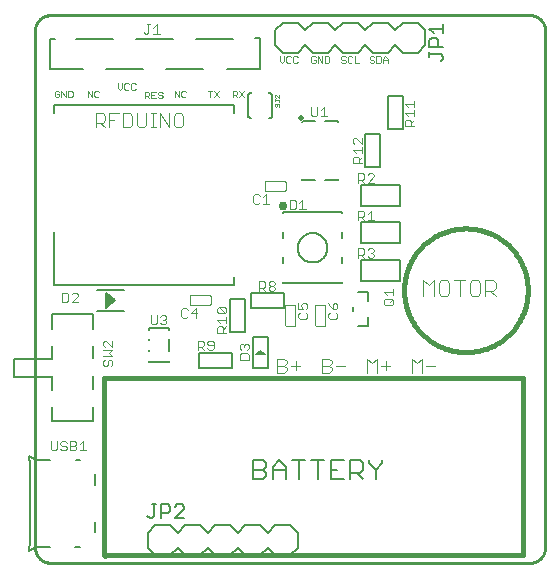
<source format=gto>
G75*
%MOIN*%
%OFA0B0*%
%FSLAX25Y25*%
%IPPOS*%
%LPD*%
%AMOC8*
5,1,8,0,0,1.08239X$1,22.5*
%
%ADD10C,0.01600*%
%ADD11C,0.00600*%
%ADD12C,0.00400*%
%ADD13C,0.01000*%
%ADD14C,0.00200*%
%ADD15C,0.00300*%
%ADD16C,0.03000*%
%ADD17C,0.00500*%
%ADD18C,0.00800*%
%ADD19C,0.00100*%
%ADD20C,0.02000*%
D10*
X0031238Y0004000D02*
X0031238Y0063000D01*
X0031488Y0063000D02*
X0170738Y0063000D01*
X0170738Y0061500D01*
X0170738Y0004000D01*
X0031488Y0004000D01*
X0031488Y0003750D01*
X0131246Y0092313D02*
X0131252Y0092819D01*
X0131271Y0093325D01*
X0131302Y0093830D01*
X0131345Y0094334D01*
X0131401Y0094837D01*
X0131469Y0095338D01*
X0131550Y0095838D01*
X0131642Y0096335D01*
X0131747Y0096830D01*
X0131864Y0097322D01*
X0131993Y0097812D01*
X0132134Y0098298D01*
X0132287Y0098780D01*
X0132451Y0099258D01*
X0132627Y0099733D01*
X0132815Y0100202D01*
X0133015Y0100667D01*
X0133225Y0101127D01*
X0133447Y0101582D01*
X0133680Y0102031D01*
X0133924Y0102475D01*
X0134179Y0102912D01*
X0134444Y0103343D01*
X0134720Y0103767D01*
X0135007Y0104184D01*
X0135303Y0104594D01*
X0135609Y0104997D01*
X0135926Y0105392D01*
X0136251Y0105779D01*
X0136587Y0106158D01*
X0136931Y0106529D01*
X0137284Y0106891D01*
X0137646Y0107244D01*
X0138017Y0107588D01*
X0138396Y0107924D01*
X0138783Y0108249D01*
X0139178Y0108566D01*
X0139581Y0108872D01*
X0139991Y0109168D01*
X0140408Y0109455D01*
X0140832Y0109731D01*
X0141263Y0109996D01*
X0141700Y0110251D01*
X0142144Y0110495D01*
X0142593Y0110728D01*
X0143048Y0110950D01*
X0143508Y0111160D01*
X0143973Y0111360D01*
X0144442Y0111548D01*
X0144917Y0111724D01*
X0145395Y0111888D01*
X0145877Y0112041D01*
X0146363Y0112182D01*
X0146853Y0112311D01*
X0147345Y0112428D01*
X0147840Y0112533D01*
X0148337Y0112625D01*
X0148837Y0112706D01*
X0149338Y0112774D01*
X0149841Y0112830D01*
X0150345Y0112873D01*
X0150850Y0112904D01*
X0151356Y0112923D01*
X0151862Y0112929D01*
X0152368Y0112923D01*
X0152874Y0112904D01*
X0153379Y0112873D01*
X0153883Y0112830D01*
X0154386Y0112774D01*
X0154887Y0112706D01*
X0155387Y0112625D01*
X0155884Y0112533D01*
X0156379Y0112428D01*
X0156871Y0112311D01*
X0157361Y0112182D01*
X0157847Y0112041D01*
X0158329Y0111888D01*
X0158807Y0111724D01*
X0159282Y0111548D01*
X0159751Y0111360D01*
X0160216Y0111160D01*
X0160676Y0110950D01*
X0161131Y0110728D01*
X0161580Y0110495D01*
X0162024Y0110251D01*
X0162461Y0109996D01*
X0162892Y0109731D01*
X0163316Y0109455D01*
X0163733Y0109168D01*
X0164143Y0108872D01*
X0164546Y0108566D01*
X0164941Y0108249D01*
X0165328Y0107924D01*
X0165707Y0107588D01*
X0166078Y0107244D01*
X0166440Y0106891D01*
X0166793Y0106529D01*
X0167137Y0106158D01*
X0167473Y0105779D01*
X0167798Y0105392D01*
X0168115Y0104997D01*
X0168421Y0104594D01*
X0168717Y0104184D01*
X0169004Y0103767D01*
X0169280Y0103343D01*
X0169545Y0102912D01*
X0169800Y0102475D01*
X0170044Y0102031D01*
X0170277Y0101582D01*
X0170499Y0101127D01*
X0170709Y0100667D01*
X0170909Y0100202D01*
X0171097Y0099733D01*
X0171273Y0099258D01*
X0171437Y0098780D01*
X0171590Y0098298D01*
X0171731Y0097812D01*
X0171860Y0097322D01*
X0171977Y0096830D01*
X0172082Y0096335D01*
X0172174Y0095838D01*
X0172255Y0095338D01*
X0172323Y0094837D01*
X0172379Y0094334D01*
X0172422Y0093830D01*
X0172453Y0093325D01*
X0172472Y0092819D01*
X0172478Y0092313D01*
X0172472Y0091807D01*
X0172453Y0091301D01*
X0172422Y0090796D01*
X0172379Y0090292D01*
X0172323Y0089789D01*
X0172255Y0089288D01*
X0172174Y0088788D01*
X0172082Y0088291D01*
X0171977Y0087796D01*
X0171860Y0087304D01*
X0171731Y0086814D01*
X0171590Y0086328D01*
X0171437Y0085846D01*
X0171273Y0085368D01*
X0171097Y0084893D01*
X0170909Y0084424D01*
X0170709Y0083959D01*
X0170499Y0083499D01*
X0170277Y0083044D01*
X0170044Y0082595D01*
X0169800Y0082151D01*
X0169545Y0081714D01*
X0169280Y0081283D01*
X0169004Y0080859D01*
X0168717Y0080442D01*
X0168421Y0080032D01*
X0168115Y0079629D01*
X0167798Y0079234D01*
X0167473Y0078847D01*
X0167137Y0078468D01*
X0166793Y0078097D01*
X0166440Y0077735D01*
X0166078Y0077382D01*
X0165707Y0077038D01*
X0165328Y0076702D01*
X0164941Y0076377D01*
X0164546Y0076060D01*
X0164143Y0075754D01*
X0163733Y0075458D01*
X0163316Y0075171D01*
X0162892Y0074895D01*
X0162461Y0074630D01*
X0162024Y0074375D01*
X0161580Y0074131D01*
X0161131Y0073898D01*
X0160676Y0073676D01*
X0160216Y0073466D01*
X0159751Y0073266D01*
X0159282Y0073078D01*
X0158807Y0072902D01*
X0158329Y0072738D01*
X0157847Y0072585D01*
X0157361Y0072444D01*
X0156871Y0072315D01*
X0156379Y0072198D01*
X0155884Y0072093D01*
X0155387Y0072001D01*
X0154887Y0071920D01*
X0154386Y0071852D01*
X0153883Y0071796D01*
X0153379Y0071753D01*
X0152874Y0071722D01*
X0152368Y0071703D01*
X0151862Y0071697D01*
X0151356Y0071703D01*
X0150850Y0071722D01*
X0150345Y0071753D01*
X0149841Y0071796D01*
X0149338Y0071852D01*
X0148837Y0071920D01*
X0148337Y0072001D01*
X0147840Y0072093D01*
X0147345Y0072198D01*
X0146853Y0072315D01*
X0146363Y0072444D01*
X0145877Y0072585D01*
X0145395Y0072738D01*
X0144917Y0072902D01*
X0144442Y0073078D01*
X0143973Y0073266D01*
X0143508Y0073466D01*
X0143048Y0073676D01*
X0142593Y0073898D01*
X0142144Y0074131D01*
X0141700Y0074375D01*
X0141263Y0074630D01*
X0140832Y0074895D01*
X0140408Y0075171D01*
X0139991Y0075458D01*
X0139581Y0075754D01*
X0139178Y0076060D01*
X0138783Y0076377D01*
X0138396Y0076702D01*
X0138017Y0077038D01*
X0137646Y0077382D01*
X0137284Y0077735D01*
X0136931Y0078097D01*
X0136587Y0078468D01*
X0136251Y0078847D01*
X0135926Y0079234D01*
X0135609Y0079629D01*
X0135303Y0080032D01*
X0135007Y0080442D01*
X0134720Y0080859D01*
X0134444Y0081283D01*
X0134179Y0081714D01*
X0133924Y0082151D01*
X0133680Y0082595D01*
X0133447Y0083044D01*
X0133225Y0083499D01*
X0133015Y0083959D01*
X0132815Y0084424D01*
X0132627Y0084893D01*
X0132451Y0085368D01*
X0132287Y0085846D01*
X0132134Y0086328D01*
X0131993Y0086814D01*
X0131864Y0087304D01*
X0131747Y0087796D01*
X0131642Y0088291D01*
X0131550Y0088788D01*
X0131469Y0089288D01*
X0131401Y0089789D01*
X0131345Y0090292D01*
X0131302Y0090796D01*
X0131271Y0091301D01*
X0131252Y0091807D01*
X0131246Y0092313D01*
D11*
X0123981Y0035705D02*
X0123981Y0034638D01*
X0121846Y0032503D01*
X0121846Y0029300D01*
X0121846Y0032503D02*
X0119711Y0034638D01*
X0119711Y0035705D01*
X0117536Y0034638D02*
X0117536Y0032503D01*
X0116468Y0031435D01*
X0113266Y0031435D01*
X0115401Y0031435D02*
X0117536Y0029300D01*
X0113266Y0029300D02*
X0113266Y0035705D01*
X0116468Y0035705D01*
X0117536Y0034638D01*
X0111090Y0035705D02*
X0106820Y0035705D01*
X0106820Y0029300D01*
X0111090Y0029300D01*
X0108955Y0032503D02*
X0106820Y0032503D01*
X0104645Y0035705D02*
X0100375Y0035705D01*
X0098199Y0035705D02*
X0093929Y0035705D01*
X0096064Y0035705D02*
X0096064Y0029300D01*
X0091754Y0029300D02*
X0091754Y0033570D01*
X0089619Y0035705D01*
X0087484Y0033570D01*
X0087484Y0029300D01*
X0085309Y0030368D02*
X0084241Y0029300D01*
X0081038Y0029300D01*
X0081038Y0035705D01*
X0084241Y0035705D01*
X0085309Y0034638D01*
X0085309Y0033570D01*
X0084241Y0032503D01*
X0081038Y0032503D01*
X0084241Y0032503D02*
X0085309Y0031435D01*
X0085309Y0030368D01*
X0087484Y0032503D02*
X0091754Y0032503D01*
X0102510Y0029300D02*
X0102510Y0035705D01*
X0052748Y0068272D02*
X0052748Y0068754D01*
X0052748Y0068272D02*
X0046367Y0068272D01*
X0046367Y0068754D01*
X0046367Y0071924D02*
X0046367Y0072297D01*
X0046367Y0075664D02*
X0046367Y0076037D01*
X0046367Y0079207D02*
X0046367Y0079689D01*
X0052748Y0079689D01*
X0052748Y0079207D01*
X0052748Y0076037D02*
X0052748Y0071924D01*
D12*
X0051531Y0080930D02*
X0050497Y0080930D01*
X0049980Y0081447D01*
X0048826Y0081447D02*
X0048826Y0084033D01*
X0049980Y0083516D02*
X0050497Y0084033D01*
X0051531Y0084033D01*
X0052048Y0083516D01*
X0052048Y0082999D01*
X0051531Y0082482D01*
X0052048Y0081965D01*
X0052048Y0081447D01*
X0051531Y0080930D01*
X0051531Y0082482D02*
X0051014Y0082482D01*
X0048826Y0081447D02*
X0048308Y0080930D01*
X0047274Y0080930D01*
X0046757Y0081447D01*
X0046757Y0084033D01*
X0056993Y0083717D02*
X0057510Y0083200D01*
X0058544Y0083200D01*
X0059061Y0083717D01*
X0060215Y0084751D02*
X0062284Y0084751D01*
X0061767Y0083200D02*
X0061767Y0086303D01*
X0060215Y0084751D01*
X0059061Y0085786D02*
X0058544Y0086303D01*
X0057510Y0086303D01*
X0056993Y0085786D01*
X0056993Y0083717D01*
X0062438Y0075553D02*
X0063990Y0075553D01*
X0064507Y0075036D01*
X0064507Y0074001D01*
X0063990Y0073484D01*
X0062438Y0073484D01*
X0062438Y0072450D02*
X0062438Y0075553D01*
X0063472Y0073484D02*
X0064507Y0072450D01*
X0065661Y0072967D02*
X0066178Y0072450D01*
X0067212Y0072450D01*
X0067729Y0072967D01*
X0067729Y0075036D01*
X0067212Y0075553D01*
X0066178Y0075553D01*
X0065661Y0075036D01*
X0065661Y0074518D01*
X0066178Y0074001D01*
X0067729Y0074001D01*
X0068936Y0078200D02*
X0068936Y0079751D01*
X0069453Y0080268D01*
X0070487Y0080268D01*
X0071004Y0079751D01*
X0071004Y0078200D01*
X0072038Y0078200D02*
X0068936Y0078200D01*
X0071004Y0079234D02*
X0072038Y0080268D01*
X0072038Y0081423D02*
X0072038Y0083491D01*
X0072038Y0082457D02*
X0068936Y0082457D01*
X0069970Y0081423D01*
X0069453Y0084645D02*
X0068936Y0085163D01*
X0068936Y0086197D01*
X0069453Y0086714D01*
X0071521Y0084645D01*
X0072038Y0085163D01*
X0072038Y0086197D01*
X0071521Y0086714D01*
X0069453Y0086714D01*
X0069453Y0084645D02*
X0071521Y0084645D01*
X0076953Y0074491D02*
X0077470Y0074491D01*
X0077987Y0073974D01*
X0078504Y0074491D01*
X0079021Y0074491D01*
X0079538Y0073974D01*
X0079538Y0072940D01*
X0079021Y0072423D01*
X0079021Y0071268D02*
X0076953Y0071268D01*
X0076436Y0070751D01*
X0076436Y0069200D01*
X0079538Y0069200D01*
X0079538Y0070751D01*
X0079021Y0071268D01*
X0076953Y0072423D02*
X0076436Y0072940D01*
X0076436Y0073974D01*
X0076953Y0074491D01*
X0077987Y0073974D02*
X0077987Y0073457D01*
X0088989Y0069454D02*
X0088989Y0064850D01*
X0091291Y0064850D01*
X0092059Y0065617D01*
X0092059Y0066384D01*
X0091291Y0067152D01*
X0088989Y0067152D01*
X0088989Y0069454D02*
X0091291Y0069454D01*
X0092059Y0068686D01*
X0092059Y0067919D01*
X0091291Y0067152D01*
X0093593Y0067152D02*
X0096663Y0067152D01*
X0095128Y0068686D02*
X0095128Y0065617D01*
X0103989Y0064850D02*
X0106291Y0064850D01*
X0107059Y0065617D01*
X0107059Y0066384D01*
X0106291Y0067152D01*
X0103989Y0067152D01*
X0103989Y0064850D02*
X0103989Y0069454D01*
X0106291Y0069454D01*
X0107059Y0068686D01*
X0107059Y0067919D01*
X0106291Y0067152D01*
X0108593Y0067152D02*
X0111663Y0067152D01*
X0118989Y0064850D02*
X0118989Y0069454D01*
X0120524Y0067919D01*
X0122059Y0069454D01*
X0122059Y0064850D01*
X0123593Y0067152D02*
X0126663Y0067152D01*
X0125128Y0068686D02*
X0125128Y0065617D01*
X0133989Y0064850D02*
X0133989Y0069454D01*
X0135524Y0067919D01*
X0137059Y0069454D01*
X0137059Y0064850D01*
X0138593Y0067152D02*
X0141663Y0067152D01*
X0127084Y0087380D02*
X0125016Y0087380D01*
X0124499Y0087898D01*
X0124499Y0088932D01*
X0125016Y0089449D01*
X0127084Y0089449D01*
X0127601Y0088932D01*
X0127601Y0087898D01*
X0127084Y0087380D01*
X0126567Y0088415D02*
X0127601Y0089449D01*
X0127601Y0090603D02*
X0127601Y0092672D01*
X0127601Y0091637D02*
X0124499Y0091637D01*
X0125533Y0090603D01*
X0137688Y0090450D02*
X0137688Y0095654D01*
X0139423Y0093920D01*
X0141158Y0095654D01*
X0141158Y0090450D01*
X0142845Y0091317D02*
X0143712Y0090450D01*
X0145447Y0090450D01*
X0146314Y0091317D01*
X0146314Y0094787D01*
X0145447Y0095654D01*
X0143712Y0095654D01*
X0142845Y0094787D01*
X0142845Y0091317D01*
X0148001Y0095654D02*
X0151471Y0095654D01*
X0149736Y0095654D02*
X0149736Y0090450D01*
X0153157Y0091317D02*
X0154025Y0090450D01*
X0155760Y0090450D01*
X0156627Y0091317D01*
X0156627Y0094787D01*
X0155760Y0095654D01*
X0154025Y0095654D01*
X0153157Y0094787D01*
X0153157Y0091317D01*
X0158314Y0090450D02*
X0158314Y0095654D01*
X0160916Y0095654D01*
X0161783Y0094787D01*
X0161783Y0093052D01*
X0160916Y0092185D01*
X0158314Y0092185D01*
X0160049Y0092185D02*
X0161783Y0090450D01*
X0121229Y0103717D02*
X0120712Y0103200D01*
X0119678Y0103200D01*
X0119161Y0103717D01*
X0118007Y0103200D02*
X0116972Y0104234D01*
X0117490Y0104234D02*
X0115938Y0104234D01*
X0115938Y0103200D02*
X0115938Y0106303D01*
X0117490Y0106303D01*
X0118007Y0105786D01*
X0118007Y0104751D01*
X0117490Y0104234D01*
X0119161Y0105786D02*
X0119678Y0106303D01*
X0120712Y0106303D01*
X0121229Y0105786D01*
X0121229Y0105268D01*
X0120712Y0104751D01*
X0121229Y0104234D01*
X0121229Y0103717D01*
X0120712Y0104751D02*
X0120195Y0104751D01*
X0120195Y0115700D02*
X0120195Y0118803D01*
X0119161Y0117768D01*
X0118007Y0118286D02*
X0118007Y0117251D01*
X0117490Y0116734D01*
X0115938Y0116734D01*
X0115938Y0115700D02*
X0115938Y0118803D01*
X0117490Y0118803D01*
X0118007Y0118286D01*
X0116972Y0116734D02*
X0118007Y0115700D01*
X0119161Y0115700D02*
X0121229Y0115700D01*
X0121229Y0128200D02*
X0119161Y0128200D01*
X0121229Y0130268D01*
X0121229Y0130786D01*
X0120712Y0131303D01*
X0119678Y0131303D01*
X0119161Y0130786D01*
X0118007Y0130786D02*
X0118007Y0129751D01*
X0117490Y0129234D01*
X0115938Y0129234D01*
X0115938Y0128200D02*
X0115938Y0131303D01*
X0117490Y0131303D01*
X0118007Y0130786D01*
X0116972Y0129234D02*
X0118007Y0128200D01*
X0117288Y0134700D02*
X0114186Y0134700D01*
X0114186Y0136251D01*
X0114703Y0136768D01*
X0115737Y0136768D01*
X0116254Y0136251D01*
X0116254Y0134700D01*
X0116254Y0135734D02*
X0117288Y0136768D01*
X0117288Y0137923D02*
X0117288Y0139991D01*
X0117288Y0138957D02*
X0114186Y0138957D01*
X0115220Y0137923D01*
X0114703Y0141145D02*
X0114186Y0141663D01*
X0114186Y0142697D01*
X0114703Y0143214D01*
X0115220Y0143214D01*
X0117288Y0141145D01*
X0117288Y0143214D01*
X0105583Y0150326D02*
X0103515Y0150326D01*
X0104549Y0150326D02*
X0104549Y0153429D01*
X0103515Y0152394D01*
X0102360Y0153429D02*
X0102360Y0150843D01*
X0101843Y0150326D01*
X0100809Y0150326D01*
X0100292Y0150843D01*
X0100292Y0153429D01*
X0085250Y0124303D02*
X0085250Y0121200D01*
X0086284Y0121200D02*
X0084215Y0121200D01*
X0083061Y0121717D02*
X0082544Y0121200D01*
X0081510Y0121200D01*
X0080993Y0121717D01*
X0080993Y0123786D01*
X0081510Y0124303D01*
X0082544Y0124303D01*
X0083061Y0123786D01*
X0084215Y0123268D02*
X0085250Y0124303D01*
X0093125Y0122490D02*
X0093125Y0119387D01*
X0094677Y0119387D01*
X0095194Y0119904D01*
X0095194Y0121973D01*
X0094677Y0122490D01*
X0093125Y0122490D01*
X0096348Y0121455D02*
X0097382Y0122490D01*
X0097382Y0119387D01*
X0096348Y0119387D02*
X0098416Y0119387D01*
X0087712Y0095303D02*
X0086678Y0095303D01*
X0086161Y0094786D01*
X0086161Y0094268D01*
X0086678Y0093751D01*
X0087712Y0093751D01*
X0088229Y0093234D01*
X0088229Y0092717D01*
X0087712Y0092200D01*
X0086678Y0092200D01*
X0086161Y0092717D01*
X0086161Y0093234D01*
X0086678Y0093751D01*
X0087712Y0093751D02*
X0088229Y0094268D01*
X0088229Y0094786D01*
X0087712Y0095303D01*
X0085007Y0094786D02*
X0085007Y0093751D01*
X0084490Y0093234D01*
X0082938Y0093234D01*
X0082938Y0092200D02*
X0082938Y0095303D01*
X0084490Y0095303D01*
X0085007Y0094786D01*
X0083972Y0093234D02*
X0085007Y0092200D01*
X0095936Y0088046D02*
X0095936Y0085977D01*
X0097487Y0085977D01*
X0096970Y0087011D01*
X0096970Y0087529D01*
X0097487Y0088046D01*
X0098521Y0088046D01*
X0099038Y0087529D01*
X0099038Y0086494D01*
X0098521Y0085977D01*
X0098521Y0084823D02*
X0099038Y0084306D01*
X0099038Y0083272D01*
X0098521Y0082755D01*
X0096453Y0082755D01*
X0095936Y0083272D01*
X0095936Y0084306D01*
X0096453Y0084823D01*
X0105936Y0084306D02*
X0105936Y0083272D01*
X0106453Y0082755D01*
X0108521Y0082755D01*
X0109038Y0083272D01*
X0109038Y0084306D01*
X0108521Y0084823D01*
X0108521Y0085977D02*
X0107487Y0085977D01*
X0107487Y0087529D01*
X0108004Y0088046D01*
X0108521Y0088046D01*
X0109038Y0087529D01*
X0109038Y0086494D01*
X0108521Y0085977D01*
X0107487Y0085977D02*
X0106453Y0087011D01*
X0105936Y0088046D01*
X0106453Y0084823D02*
X0105936Y0084306D01*
X0131436Y0147032D02*
X0131436Y0148583D01*
X0131953Y0149100D01*
X0132987Y0149100D01*
X0133504Y0148583D01*
X0133504Y0147032D01*
X0133504Y0148066D02*
X0134538Y0149100D01*
X0134538Y0150254D02*
X0134538Y0152323D01*
X0134538Y0151289D02*
X0131436Y0151289D01*
X0132470Y0150254D01*
X0132470Y0153477D02*
X0131436Y0154511D01*
X0134538Y0154511D01*
X0134538Y0153477D02*
X0134538Y0155546D01*
X0134538Y0147032D02*
X0131436Y0147032D01*
X0057596Y0147467D02*
X0057596Y0150537D01*
X0056829Y0151304D01*
X0055294Y0151304D01*
X0054527Y0150537D01*
X0054527Y0147467D01*
X0055294Y0146700D01*
X0056829Y0146700D01*
X0057596Y0147467D01*
X0052992Y0146700D02*
X0052992Y0151304D01*
X0049923Y0151304D02*
X0052992Y0146700D01*
X0049923Y0146700D02*
X0049923Y0151304D01*
X0048389Y0151304D02*
X0046854Y0151304D01*
X0047621Y0151304D02*
X0047621Y0146700D01*
X0046854Y0146700D02*
X0048389Y0146700D01*
X0045319Y0147467D02*
X0045319Y0151304D01*
X0042250Y0151304D02*
X0042250Y0147467D01*
X0043017Y0146700D01*
X0044552Y0146700D01*
X0045319Y0147467D01*
X0040715Y0147467D02*
X0040715Y0150537D01*
X0039948Y0151304D01*
X0037646Y0151304D01*
X0037646Y0146700D01*
X0039948Y0146700D01*
X0040715Y0147467D01*
X0036111Y0151304D02*
X0033042Y0151304D01*
X0033042Y0146700D01*
X0031507Y0146700D02*
X0029973Y0148235D01*
X0030740Y0148235D02*
X0028438Y0148235D01*
X0028438Y0146700D02*
X0028438Y0151304D01*
X0030740Y0151304D01*
X0031507Y0150537D01*
X0031507Y0149002D01*
X0030740Y0148235D01*
X0033042Y0149002D02*
X0034577Y0149002D01*
X0045010Y0177826D02*
X0044493Y0178343D01*
X0045010Y0177826D02*
X0045527Y0177826D01*
X0046044Y0178343D01*
X0046044Y0180929D01*
X0045527Y0180929D02*
X0046561Y0180929D01*
X0047715Y0179894D02*
X0048750Y0180929D01*
X0048750Y0177826D01*
X0049784Y0177826D02*
X0047715Y0177826D01*
X0021962Y0091553D02*
X0020928Y0091553D01*
X0020411Y0091036D01*
X0019257Y0091036D02*
X0018740Y0091553D01*
X0017188Y0091553D01*
X0017188Y0088450D01*
X0018740Y0088450D01*
X0019257Y0088967D01*
X0019257Y0091036D01*
X0021962Y0091553D02*
X0022479Y0091036D01*
X0022479Y0090518D01*
X0020411Y0088450D01*
X0022479Y0088450D01*
X0031453Y0075546D02*
X0030936Y0075029D01*
X0030936Y0073994D01*
X0031453Y0073477D01*
X0030936Y0072323D02*
X0034038Y0072323D01*
X0033004Y0071289D01*
X0034038Y0070254D01*
X0030936Y0070254D01*
X0031453Y0069100D02*
X0030936Y0068583D01*
X0030936Y0067549D01*
X0031453Y0067032D01*
X0031970Y0067032D01*
X0032487Y0067549D01*
X0032487Y0068583D01*
X0033004Y0069100D01*
X0033521Y0069100D01*
X0034038Y0068583D01*
X0034038Y0067549D01*
X0033521Y0067032D01*
X0034038Y0073477D02*
X0031970Y0075546D01*
X0031453Y0075546D01*
X0034038Y0075546D02*
X0034038Y0073477D01*
X0024141Y0042053D02*
X0024141Y0038950D01*
X0025175Y0038950D02*
X0023106Y0038950D01*
X0021952Y0039467D02*
X0021952Y0039984D01*
X0021435Y0040501D01*
X0019884Y0040501D01*
X0018729Y0039984D02*
X0018729Y0039467D01*
X0018212Y0038950D01*
X0017178Y0038950D01*
X0016661Y0039467D01*
X0015507Y0039467D02*
X0015507Y0042053D01*
X0016661Y0041536D02*
X0016661Y0041018D01*
X0017178Y0040501D01*
X0018212Y0040501D01*
X0018729Y0039984D01*
X0019884Y0038950D02*
X0021435Y0038950D01*
X0021952Y0039467D01*
X0021435Y0040501D02*
X0021952Y0041018D01*
X0021952Y0041536D01*
X0021435Y0042053D01*
X0019884Y0042053D01*
X0019884Y0038950D01*
X0018729Y0041536D02*
X0018212Y0042053D01*
X0017178Y0042053D01*
X0016661Y0041536D01*
X0015507Y0039467D02*
X0014990Y0038950D01*
X0013955Y0038950D01*
X0013438Y0039467D01*
X0013438Y0042053D01*
X0023106Y0041018D02*
X0024141Y0042053D01*
D13*
X0008238Y0006500D02*
X0008240Y0006360D01*
X0008246Y0006220D01*
X0008256Y0006080D01*
X0008269Y0005940D01*
X0008287Y0005801D01*
X0008309Y0005662D01*
X0008334Y0005525D01*
X0008363Y0005387D01*
X0008396Y0005251D01*
X0008433Y0005116D01*
X0008474Y0004982D01*
X0008519Y0004849D01*
X0008567Y0004717D01*
X0008619Y0004587D01*
X0008674Y0004458D01*
X0008733Y0004331D01*
X0008796Y0004205D01*
X0008862Y0004081D01*
X0008931Y0003960D01*
X0009004Y0003840D01*
X0009081Y0003722D01*
X0009160Y0003607D01*
X0009243Y0003493D01*
X0009329Y0003383D01*
X0009418Y0003274D01*
X0009510Y0003168D01*
X0009605Y0003065D01*
X0009702Y0002964D01*
X0009803Y0002867D01*
X0009906Y0002772D01*
X0010012Y0002680D01*
X0010121Y0002591D01*
X0010231Y0002505D01*
X0010345Y0002422D01*
X0010460Y0002343D01*
X0010578Y0002266D01*
X0010698Y0002193D01*
X0010819Y0002124D01*
X0010943Y0002058D01*
X0011069Y0001995D01*
X0011196Y0001936D01*
X0011325Y0001881D01*
X0011455Y0001829D01*
X0011587Y0001781D01*
X0011720Y0001736D01*
X0011854Y0001695D01*
X0011989Y0001658D01*
X0012125Y0001625D01*
X0012263Y0001596D01*
X0012400Y0001571D01*
X0012539Y0001549D01*
X0012678Y0001531D01*
X0012818Y0001518D01*
X0012958Y0001508D01*
X0013098Y0001502D01*
X0013238Y0001500D01*
X0173238Y0001500D01*
X0173378Y0001502D01*
X0173518Y0001508D01*
X0173658Y0001518D01*
X0173798Y0001531D01*
X0173937Y0001549D01*
X0174076Y0001571D01*
X0174213Y0001596D01*
X0174351Y0001625D01*
X0174487Y0001658D01*
X0174622Y0001695D01*
X0174756Y0001736D01*
X0174889Y0001781D01*
X0175021Y0001829D01*
X0175151Y0001881D01*
X0175280Y0001936D01*
X0175407Y0001995D01*
X0175533Y0002058D01*
X0175657Y0002124D01*
X0175778Y0002193D01*
X0175898Y0002266D01*
X0176016Y0002343D01*
X0176131Y0002422D01*
X0176245Y0002505D01*
X0176355Y0002591D01*
X0176464Y0002680D01*
X0176570Y0002772D01*
X0176673Y0002867D01*
X0176774Y0002964D01*
X0176871Y0003065D01*
X0176966Y0003168D01*
X0177058Y0003274D01*
X0177147Y0003383D01*
X0177233Y0003493D01*
X0177316Y0003607D01*
X0177395Y0003722D01*
X0177472Y0003840D01*
X0177545Y0003960D01*
X0177614Y0004081D01*
X0177680Y0004205D01*
X0177743Y0004331D01*
X0177802Y0004458D01*
X0177857Y0004587D01*
X0177909Y0004717D01*
X0177957Y0004849D01*
X0178002Y0004982D01*
X0178043Y0005116D01*
X0178080Y0005251D01*
X0178113Y0005387D01*
X0178142Y0005525D01*
X0178167Y0005662D01*
X0178189Y0005801D01*
X0178207Y0005940D01*
X0178220Y0006080D01*
X0178230Y0006220D01*
X0178236Y0006360D01*
X0178238Y0006500D01*
X0178238Y0179000D01*
X0178236Y0179140D01*
X0178230Y0179280D01*
X0178220Y0179420D01*
X0178207Y0179560D01*
X0178189Y0179699D01*
X0178167Y0179838D01*
X0178142Y0179975D01*
X0178113Y0180113D01*
X0178080Y0180249D01*
X0178043Y0180384D01*
X0178002Y0180518D01*
X0177957Y0180651D01*
X0177909Y0180783D01*
X0177857Y0180913D01*
X0177802Y0181042D01*
X0177743Y0181169D01*
X0177680Y0181295D01*
X0177614Y0181419D01*
X0177545Y0181540D01*
X0177472Y0181660D01*
X0177395Y0181778D01*
X0177316Y0181893D01*
X0177233Y0182007D01*
X0177147Y0182117D01*
X0177058Y0182226D01*
X0176966Y0182332D01*
X0176871Y0182435D01*
X0176774Y0182536D01*
X0176673Y0182633D01*
X0176570Y0182728D01*
X0176464Y0182820D01*
X0176355Y0182909D01*
X0176245Y0182995D01*
X0176131Y0183078D01*
X0176016Y0183157D01*
X0175898Y0183234D01*
X0175778Y0183307D01*
X0175657Y0183376D01*
X0175533Y0183442D01*
X0175407Y0183505D01*
X0175280Y0183564D01*
X0175151Y0183619D01*
X0175021Y0183671D01*
X0174889Y0183719D01*
X0174756Y0183764D01*
X0174622Y0183805D01*
X0174487Y0183842D01*
X0174351Y0183875D01*
X0174213Y0183904D01*
X0174076Y0183929D01*
X0173937Y0183951D01*
X0173798Y0183969D01*
X0173658Y0183982D01*
X0173518Y0183992D01*
X0173378Y0183998D01*
X0173238Y0184000D01*
X0013238Y0184000D01*
X0013098Y0183998D01*
X0012958Y0183992D01*
X0012818Y0183982D01*
X0012678Y0183969D01*
X0012539Y0183951D01*
X0012400Y0183929D01*
X0012263Y0183904D01*
X0012125Y0183875D01*
X0011989Y0183842D01*
X0011854Y0183805D01*
X0011720Y0183764D01*
X0011587Y0183719D01*
X0011455Y0183671D01*
X0011325Y0183619D01*
X0011196Y0183564D01*
X0011069Y0183505D01*
X0010943Y0183442D01*
X0010819Y0183376D01*
X0010698Y0183307D01*
X0010578Y0183234D01*
X0010460Y0183157D01*
X0010345Y0183078D01*
X0010231Y0182995D01*
X0010121Y0182909D01*
X0010012Y0182820D01*
X0009906Y0182728D01*
X0009803Y0182633D01*
X0009702Y0182536D01*
X0009605Y0182435D01*
X0009510Y0182332D01*
X0009418Y0182226D01*
X0009329Y0182117D01*
X0009243Y0182007D01*
X0009160Y0181893D01*
X0009081Y0181778D01*
X0009004Y0181660D01*
X0008931Y0181540D01*
X0008862Y0181419D01*
X0008796Y0181295D01*
X0008733Y0181169D01*
X0008674Y0181042D01*
X0008619Y0180913D01*
X0008567Y0180783D01*
X0008519Y0180651D01*
X0008474Y0180518D01*
X0008433Y0180384D01*
X0008396Y0180249D01*
X0008363Y0180113D01*
X0008334Y0179975D01*
X0008309Y0179838D01*
X0008287Y0179699D01*
X0008269Y0179560D01*
X0008256Y0179420D01*
X0008246Y0179280D01*
X0008240Y0179140D01*
X0008238Y0179000D01*
X0008238Y0006500D01*
D14*
X0015205Y0156600D02*
X0014838Y0156967D01*
X0014838Y0158435D01*
X0015205Y0158802D01*
X0015939Y0158802D01*
X0016306Y0158435D01*
X0016306Y0157701D02*
X0015572Y0157701D01*
X0016306Y0157701D02*
X0016306Y0156967D01*
X0015939Y0156600D01*
X0015205Y0156600D01*
X0017048Y0156600D02*
X0017048Y0158802D01*
X0018516Y0156600D01*
X0018516Y0158802D01*
X0019258Y0158802D02*
X0019258Y0156600D01*
X0020359Y0156600D01*
X0020726Y0156967D01*
X0020726Y0158435D01*
X0020359Y0158802D01*
X0019258Y0158802D01*
X0025838Y0158802D02*
X0025838Y0156600D01*
X0027306Y0156600D02*
X0025838Y0158802D01*
X0027306Y0158802D02*
X0027306Y0156600D01*
X0028048Y0156967D02*
X0028048Y0158435D01*
X0028415Y0158802D01*
X0029149Y0158802D01*
X0029516Y0158435D01*
X0029516Y0156967D02*
X0029149Y0156600D01*
X0028415Y0156600D01*
X0028048Y0156967D01*
X0035838Y0159834D02*
X0036572Y0159100D01*
X0037306Y0159834D01*
X0037306Y0161302D01*
X0038048Y0160935D02*
X0038048Y0159467D01*
X0038415Y0159100D01*
X0039149Y0159100D01*
X0039516Y0159467D01*
X0040258Y0159467D02*
X0040625Y0159100D01*
X0041359Y0159100D01*
X0041726Y0159467D01*
X0041726Y0160935D02*
X0041359Y0161302D01*
X0040625Y0161302D01*
X0040258Y0160935D01*
X0040258Y0159467D01*
X0039516Y0160935D02*
X0039149Y0161302D01*
X0038415Y0161302D01*
X0038048Y0160935D01*
X0035838Y0161302D02*
X0035838Y0159834D01*
X0044838Y0158552D02*
X0044838Y0156350D01*
X0044838Y0157084D02*
X0045939Y0157084D01*
X0046306Y0157451D01*
X0046306Y0158185D01*
X0045939Y0158552D01*
X0044838Y0158552D01*
X0045572Y0157084D02*
X0046306Y0156350D01*
X0047048Y0156350D02*
X0047048Y0158552D01*
X0048516Y0158552D01*
X0049258Y0158185D02*
X0049258Y0157818D01*
X0049625Y0157451D01*
X0050359Y0157451D01*
X0050726Y0157084D01*
X0050726Y0156717D01*
X0050359Y0156350D01*
X0049625Y0156350D01*
X0049258Y0156717D01*
X0048516Y0156350D02*
X0047048Y0156350D01*
X0047048Y0157451D02*
X0047782Y0157451D01*
X0049258Y0158185D02*
X0049625Y0158552D01*
X0050359Y0158552D01*
X0050726Y0158185D01*
X0054838Y0158802D02*
X0054838Y0156600D01*
X0056306Y0156600D02*
X0054838Y0158802D01*
X0056306Y0158802D02*
X0056306Y0156600D01*
X0057048Y0156967D02*
X0057415Y0156600D01*
X0058149Y0156600D01*
X0058516Y0156967D01*
X0058516Y0158435D02*
X0058149Y0158802D01*
X0057415Y0158802D01*
X0057048Y0158435D01*
X0057048Y0156967D01*
X0065838Y0158802D02*
X0067306Y0158802D01*
X0066572Y0158802D02*
X0066572Y0156600D01*
X0068048Y0156600D02*
X0069516Y0158802D01*
X0068048Y0158802D02*
X0069516Y0156600D01*
X0074088Y0156600D02*
X0074088Y0158802D01*
X0075189Y0158802D01*
X0075556Y0158435D01*
X0075556Y0157701D01*
X0075189Y0157334D01*
X0074088Y0157334D01*
X0074822Y0157334D02*
X0075556Y0156600D01*
X0076298Y0156600D02*
X0077766Y0158802D01*
X0076298Y0158802D02*
X0077766Y0156600D01*
X0089838Y0168834D02*
X0090572Y0168100D01*
X0091306Y0168834D01*
X0091306Y0170302D01*
X0092048Y0169935D02*
X0092048Y0168467D01*
X0092415Y0168100D01*
X0093149Y0168100D01*
X0093516Y0168467D01*
X0094258Y0168467D02*
X0094625Y0168100D01*
X0095359Y0168100D01*
X0095726Y0168467D01*
X0095726Y0169935D02*
X0095359Y0170302D01*
X0094625Y0170302D01*
X0094258Y0169935D01*
X0094258Y0168467D01*
X0093516Y0169935D02*
X0093149Y0170302D01*
X0092415Y0170302D01*
X0092048Y0169935D01*
X0089838Y0170302D02*
X0089838Y0168834D01*
X0100338Y0168467D02*
X0100705Y0168100D01*
X0101439Y0168100D01*
X0101806Y0168467D01*
X0101806Y0169201D01*
X0101072Y0169201D01*
X0100338Y0169935D02*
X0100705Y0170302D01*
X0101439Y0170302D01*
X0101806Y0169935D01*
X0102548Y0170302D02*
X0104016Y0168100D01*
X0104016Y0170302D01*
X0104758Y0170302D02*
X0105859Y0170302D01*
X0106226Y0169935D01*
X0106226Y0168467D01*
X0105859Y0168100D01*
X0104758Y0168100D01*
X0104758Y0170302D01*
X0102548Y0170302D02*
X0102548Y0168100D01*
X0100338Y0168467D02*
X0100338Y0169935D01*
X0110338Y0169935D02*
X0110338Y0169568D01*
X0110705Y0169201D01*
X0111439Y0169201D01*
X0111806Y0168834D01*
X0111806Y0168467D01*
X0111439Y0168100D01*
X0110705Y0168100D01*
X0110338Y0168467D01*
X0110338Y0169935D02*
X0110705Y0170302D01*
X0111439Y0170302D01*
X0111806Y0169935D01*
X0112548Y0169935D02*
X0112915Y0170302D01*
X0113649Y0170302D01*
X0114016Y0169935D01*
X0114758Y0170302D02*
X0114758Y0168100D01*
X0116226Y0168100D01*
X0114016Y0168467D02*
X0113649Y0168100D01*
X0112915Y0168100D01*
X0112548Y0168467D01*
X0112548Y0169935D01*
X0119838Y0169935D02*
X0119838Y0169568D01*
X0120205Y0169201D01*
X0120939Y0169201D01*
X0121306Y0168834D01*
X0121306Y0168467D01*
X0120939Y0168100D01*
X0120205Y0168100D01*
X0119838Y0168467D01*
X0119838Y0169935D02*
X0120205Y0170302D01*
X0120939Y0170302D01*
X0121306Y0169935D01*
X0122048Y0170302D02*
X0122048Y0168100D01*
X0123149Y0168100D01*
X0123516Y0168467D01*
X0123516Y0169935D01*
X0123149Y0170302D01*
X0122048Y0170302D01*
X0124258Y0169568D02*
X0124992Y0170302D01*
X0125726Y0169568D01*
X0125726Y0168100D01*
X0125726Y0169201D02*
X0124258Y0169201D01*
X0124258Y0169568D02*
X0124258Y0168100D01*
D15*
X0091238Y0128750D02*
X0085238Y0128750D01*
X0085194Y0128748D01*
X0085151Y0128742D01*
X0085109Y0128733D01*
X0085067Y0128720D01*
X0085027Y0128703D01*
X0084988Y0128683D01*
X0084951Y0128660D01*
X0084917Y0128633D01*
X0084884Y0128604D01*
X0084855Y0128571D01*
X0084828Y0128537D01*
X0084805Y0128500D01*
X0084785Y0128461D01*
X0084768Y0128421D01*
X0084755Y0128379D01*
X0084746Y0128337D01*
X0084740Y0128294D01*
X0084738Y0128250D01*
X0084738Y0125750D01*
X0084740Y0125706D01*
X0084746Y0125663D01*
X0084755Y0125621D01*
X0084768Y0125579D01*
X0084785Y0125539D01*
X0084805Y0125500D01*
X0084828Y0125463D01*
X0084855Y0125429D01*
X0084884Y0125396D01*
X0084917Y0125367D01*
X0084951Y0125340D01*
X0084988Y0125317D01*
X0085027Y0125297D01*
X0085067Y0125280D01*
X0085109Y0125267D01*
X0085151Y0125258D01*
X0085194Y0125252D01*
X0085238Y0125250D01*
X0091238Y0125250D01*
X0091282Y0125252D01*
X0091325Y0125258D01*
X0091367Y0125267D01*
X0091409Y0125280D01*
X0091449Y0125297D01*
X0091488Y0125317D01*
X0091525Y0125340D01*
X0091559Y0125367D01*
X0091592Y0125396D01*
X0091621Y0125429D01*
X0091648Y0125463D01*
X0091671Y0125500D01*
X0091691Y0125539D01*
X0091708Y0125579D01*
X0091721Y0125621D01*
X0091730Y0125663D01*
X0091736Y0125706D01*
X0091738Y0125750D01*
X0091738Y0128250D01*
X0091736Y0128294D01*
X0091730Y0128337D01*
X0091721Y0128379D01*
X0091708Y0128421D01*
X0091691Y0128461D01*
X0091671Y0128500D01*
X0091648Y0128537D01*
X0091621Y0128571D01*
X0091592Y0128604D01*
X0091559Y0128633D01*
X0091525Y0128660D01*
X0091488Y0128683D01*
X0091449Y0128703D01*
X0091409Y0128720D01*
X0091367Y0128733D01*
X0091325Y0128742D01*
X0091282Y0128748D01*
X0091238Y0128750D01*
X0066238Y0090750D02*
X0060238Y0090750D01*
X0060194Y0090748D01*
X0060151Y0090742D01*
X0060109Y0090733D01*
X0060067Y0090720D01*
X0060027Y0090703D01*
X0059988Y0090683D01*
X0059951Y0090660D01*
X0059917Y0090633D01*
X0059884Y0090604D01*
X0059855Y0090571D01*
X0059828Y0090537D01*
X0059805Y0090500D01*
X0059785Y0090461D01*
X0059768Y0090421D01*
X0059755Y0090379D01*
X0059746Y0090337D01*
X0059740Y0090294D01*
X0059738Y0090250D01*
X0059738Y0087750D01*
X0059740Y0087706D01*
X0059746Y0087663D01*
X0059755Y0087621D01*
X0059768Y0087579D01*
X0059785Y0087539D01*
X0059805Y0087500D01*
X0059828Y0087463D01*
X0059855Y0087429D01*
X0059884Y0087396D01*
X0059917Y0087367D01*
X0059951Y0087340D01*
X0059988Y0087317D01*
X0060027Y0087297D01*
X0060067Y0087280D01*
X0060109Y0087267D01*
X0060151Y0087258D01*
X0060194Y0087252D01*
X0060238Y0087250D01*
X0066238Y0087250D01*
X0066282Y0087252D01*
X0066325Y0087258D01*
X0066367Y0087267D01*
X0066409Y0087280D01*
X0066449Y0087297D01*
X0066488Y0087317D01*
X0066525Y0087340D01*
X0066559Y0087367D01*
X0066592Y0087396D01*
X0066621Y0087429D01*
X0066648Y0087463D01*
X0066671Y0087500D01*
X0066691Y0087539D01*
X0066708Y0087579D01*
X0066721Y0087621D01*
X0066730Y0087663D01*
X0066736Y0087706D01*
X0066738Y0087750D01*
X0066738Y0090250D01*
X0066736Y0090294D01*
X0066730Y0090337D01*
X0066721Y0090379D01*
X0066708Y0090421D01*
X0066691Y0090461D01*
X0066671Y0090500D01*
X0066648Y0090537D01*
X0066621Y0090571D01*
X0066592Y0090604D01*
X0066559Y0090633D01*
X0066525Y0090660D01*
X0066488Y0090683D01*
X0066449Y0090703D01*
X0066409Y0090720D01*
X0066367Y0090733D01*
X0066325Y0090742D01*
X0066282Y0090748D01*
X0066238Y0090750D01*
X0091488Y0087000D02*
X0091488Y0081000D01*
X0091490Y0080956D01*
X0091496Y0080913D01*
X0091505Y0080871D01*
X0091518Y0080829D01*
X0091535Y0080789D01*
X0091555Y0080750D01*
X0091578Y0080713D01*
X0091605Y0080679D01*
X0091634Y0080646D01*
X0091667Y0080617D01*
X0091701Y0080590D01*
X0091738Y0080567D01*
X0091777Y0080547D01*
X0091817Y0080530D01*
X0091859Y0080517D01*
X0091901Y0080508D01*
X0091944Y0080502D01*
X0091988Y0080500D01*
X0094488Y0080500D01*
X0094532Y0080502D01*
X0094575Y0080508D01*
X0094617Y0080517D01*
X0094659Y0080530D01*
X0094699Y0080547D01*
X0094738Y0080567D01*
X0094775Y0080590D01*
X0094809Y0080617D01*
X0094842Y0080646D01*
X0094871Y0080679D01*
X0094898Y0080713D01*
X0094921Y0080750D01*
X0094941Y0080789D01*
X0094958Y0080829D01*
X0094971Y0080871D01*
X0094980Y0080913D01*
X0094986Y0080956D01*
X0094988Y0081000D01*
X0094988Y0087000D01*
X0094986Y0087044D01*
X0094980Y0087087D01*
X0094971Y0087129D01*
X0094958Y0087171D01*
X0094941Y0087211D01*
X0094921Y0087250D01*
X0094898Y0087287D01*
X0094871Y0087321D01*
X0094842Y0087354D01*
X0094809Y0087383D01*
X0094775Y0087410D01*
X0094738Y0087433D01*
X0094699Y0087453D01*
X0094659Y0087470D01*
X0094617Y0087483D01*
X0094575Y0087492D01*
X0094532Y0087498D01*
X0094488Y0087500D01*
X0091988Y0087500D01*
X0091944Y0087498D01*
X0091901Y0087492D01*
X0091859Y0087483D01*
X0091817Y0087470D01*
X0091777Y0087453D01*
X0091738Y0087433D01*
X0091701Y0087410D01*
X0091667Y0087383D01*
X0091634Y0087354D01*
X0091605Y0087321D01*
X0091578Y0087287D01*
X0091555Y0087250D01*
X0091535Y0087211D01*
X0091518Y0087171D01*
X0091505Y0087129D01*
X0091496Y0087087D01*
X0091490Y0087044D01*
X0091488Y0087000D01*
X0101488Y0087000D02*
X0101488Y0081000D01*
X0101490Y0080956D01*
X0101496Y0080913D01*
X0101505Y0080871D01*
X0101518Y0080829D01*
X0101535Y0080789D01*
X0101555Y0080750D01*
X0101578Y0080713D01*
X0101605Y0080679D01*
X0101634Y0080646D01*
X0101667Y0080617D01*
X0101701Y0080590D01*
X0101738Y0080567D01*
X0101777Y0080547D01*
X0101817Y0080530D01*
X0101859Y0080517D01*
X0101901Y0080508D01*
X0101944Y0080502D01*
X0101988Y0080500D01*
X0104488Y0080500D01*
X0104532Y0080502D01*
X0104575Y0080508D01*
X0104617Y0080517D01*
X0104659Y0080530D01*
X0104699Y0080547D01*
X0104738Y0080567D01*
X0104775Y0080590D01*
X0104809Y0080617D01*
X0104842Y0080646D01*
X0104871Y0080679D01*
X0104898Y0080713D01*
X0104921Y0080750D01*
X0104941Y0080789D01*
X0104958Y0080829D01*
X0104971Y0080871D01*
X0104980Y0080913D01*
X0104986Y0080956D01*
X0104988Y0081000D01*
X0104988Y0087000D01*
X0104986Y0087044D01*
X0104980Y0087087D01*
X0104971Y0087129D01*
X0104958Y0087171D01*
X0104941Y0087211D01*
X0104921Y0087250D01*
X0104898Y0087287D01*
X0104871Y0087321D01*
X0104842Y0087354D01*
X0104809Y0087383D01*
X0104775Y0087410D01*
X0104738Y0087433D01*
X0104699Y0087453D01*
X0104659Y0087470D01*
X0104617Y0087483D01*
X0104575Y0087492D01*
X0104532Y0087498D01*
X0104488Y0087500D01*
X0101988Y0087500D01*
X0101944Y0087498D01*
X0101901Y0087492D01*
X0101859Y0087483D01*
X0101817Y0087470D01*
X0101777Y0087453D01*
X0101738Y0087433D01*
X0101701Y0087410D01*
X0101667Y0087383D01*
X0101634Y0087354D01*
X0101605Y0087321D01*
X0101578Y0087287D01*
X0101555Y0087250D01*
X0101535Y0087211D01*
X0101518Y0087171D01*
X0101505Y0087129D01*
X0101496Y0087087D01*
X0101490Y0087044D01*
X0101488Y0087000D01*
D16*
X0090813Y0120543D03*
D17*
X0006585Y0008652D02*
X0006191Y0005502D01*
X0008553Y0006683D01*
X0013278Y0006683D01*
X0008159Y0006683D02*
X0008159Y0035817D01*
X0008553Y0035817D02*
X0013278Y0035817D01*
X0008553Y0035817D02*
X0006191Y0036998D01*
X0006585Y0034242D01*
X0006585Y0008652D01*
X0021545Y0006683D02*
X0023120Y0006683D01*
X0028238Y0011801D02*
X0028238Y0014951D01*
X0028238Y0027549D02*
X0028238Y0031093D01*
X0023120Y0035817D02*
X0021939Y0035817D01*
X0027628Y0048587D02*
X0013848Y0048587D01*
X0013848Y0048783D02*
X0013848Y0053508D01*
X0013848Y0059020D02*
X0013848Y0063744D01*
X0013848Y0063547D02*
X0001250Y0063547D01*
X0001250Y0069453D01*
X0013848Y0069453D01*
X0013848Y0069256D02*
X0013848Y0073587D01*
X0013848Y0079492D02*
X0013848Y0084217D01*
X0013848Y0084413D02*
X0027628Y0084413D01*
X0027628Y0079492D01*
X0028738Y0085500D02*
X0037738Y0085500D01*
X0034738Y0089000D02*
X0031738Y0087000D01*
X0032238Y0091000D01*
X0034238Y0089000D01*
X0031738Y0087500D01*
X0032238Y0090500D01*
X0033738Y0089000D01*
X0032238Y0088000D01*
X0032238Y0088500D01*
X0032738Y0089500D01*
X0032738Y0089000D01*
X0032738Y0089500D02*
X0033238Y0089000D01*
X0032238Y0088500D01*
X0032238Y0090000D01*
X0032738Y0089500D01*
X0034738Y0089000D02*
X0031738Y0091500D01*
X0031738Y0087500D01*
X0031738Y0087000D01*
X0031738Y0086500D01*
X0034738Y0089000D01*
X0037738Y0092500D02*
X0028738Y0092500D01*
X0027628Y0073587D02*
X0027628Y0069650D01*
X0027628Y0063744D02*
X0027628Y0059413D01*
X0027628Y0053508D02*
X0027628Y0048783D01*
X0047189Y0020954D02*
X0048691Y0020954D01*
X0047940Y0020954D02*
X0047940Y0017201D01*
X0047189Y0016450D01*
X0046439Y0016450D01*
X0045688Y0017201D01*
X0050292Y0017951D02*
X0052544Y0017951D01*
X0053295Y0018702D01*
X0053295Y0020203D01*
X0052544Y0020954D01*
X0050292Y0020954D01*
X0050292Y0016450D01*
X0054896Y0016450D02*
X0057899Y0019453D01*
X0057899Y0020203D01*
X0057148Y0020954D01*
X0055647Y0020954D01*
X0054896Y0020203D01*
X0054896Y0016450D02*
X0057899Y0016450D01*
X0062738Y0066500D02*
X0062738Y0071500D01*
X0073738Y0071500D01*
X0073738Y0066500D01*
X0062738Y0066500D01*
X0073238Y0078500D02*
X0073238Y0089500D01*
X0078238Y0089500D01*
X0078238Y0078500D01*
X0073238Y0078500D01*
X0080738Y0076750D02*
X0085738Y0076750D01*
X0085738Y0066250D01*
X0080738Y0066250D01*
X0080738Y0076750D01*
X0083238Y0072000D02*
X0082488Y0071500D01*
X0083988Y0071500D01*
X0083238Y0072000D01*
X0082488Y0071500D02*
X0081738Y0071000D01*
X0084738Y0071000D01*
X0083988Y0071500D01*
X0084238Y0071250D02*
X0082238Y0071250D01*
X0080238Y0086500D02*
X0080238Y0091500D01*
X0091238Y0091500D01*
X0091238Y0086500D01*
X0080238Y0086500D01*
X0090896Y0094689D02*
X0090896Y0095083D01*
X0090896Y0094689D02*
X0110581Y0094689D01*
X0110581Y0095083D01*
X0115801Y0091876D02*
X0119301Y0091876D01*
X0119301Y0088876D01*
X0119301Y0083376D02*
X0119301Y0080376D01*
X0115801Y0080376D01*
X0114301Y0085376D02*
X0114301Y0086876D01*
X0116738Y0095500D02*
X0116738Y0102500D01*
X0129738Y0102500D01*
X0129738Y0095500D01*
X0116738Y0095500D01*
X0110581Y0101382D02*
X0110581Y0103350D01*
X0110581Y0109650D02*
X0110581Y0111618D01*
X0110581Y0117917D02*
X0110581Y0118311D01*
X0090896Y0118311D01*
X0090896Y0117917D01*
X0090896Y0111618D02*
X0090896Y0109650D01*
X0090896Y0103350D02*
X0090896Y0101382D01*
X0095817Y0106500D02*
X0095819Y0106640D01*
X0095825Y0106780D01*
X0095835Y0106919D01*
X0095849Y0107058D01*
X0095867Y0107197D01*
X0095888Y0107335D01*
X0095914Y0107473D01*
X0095944Y0107610D01*
X0095977Y0107745D01*
X0096015Y0107880D01*
X0096056Y0108014D01*
X0096101Y0108147D01*
X0096149Y0108278D01*
X0096202Y0108407D01*
X0096258Y0108536D01*
X0096317Y0108662D01*
X0096381Y0108787D01*
X0096447Y0108910D01*
X0096518Y0109031D01*
X0096591Y0109150D01*
X0096668Y0109267D01*
X0096749Y0109381D01*
X0096832Y0109493D01*
X0096919Y0109603D01*
X0097009Y0109711D01*
X0097101Y0109815D01*
X0097197Y0109917D01*
X0097296Y0110017D01*
X0097397Y0110113D01*
X0097501Y0110207D01*
X0097608Y0110297D01*
X0097717Y0110384D01*
X0097829Y0110469D01*
X0097943Y0110550D01*
X0098059Y0110628D01*
X0098177Y0110702D01*
X0098298Y0110773D01*
X0098420Y0110841D01*
X0098545Y0110905D01*
X0098671Y0110966D01*
X0098798Y0111023D01*
X0098928Y0111076D01*
X0099059Y0111126D01*
X0099191Y0111171D01*
X0099324Y0111214D01*
X0099459Y0111252D01*
X0099594Y0111286D01*
X0099731Y0111317D01*
X0099868Y0111344D01*
X0100006Y0111366D01*
X0100145Y0111385D01*
X0100284Y0111400D01*
X0100423Y0111411D01*
X0100563Y0111418D01*
X0100703Y0111421D01*
X0100843Y0111420D01*
X0100983Y0111415D01*
X0101122Y0111406D01*
X0101262Y0111393D01*
X0101401Y0111376D01*
X0101539Y0111355D01*
X0101677Y0111331D01*
X0101814Y0111302D01*
X0101950Y0111270D01*
X0102085Y0111233D01*
X0102219Y0111193D01*
X0102352Y0111149D01*
X0102483Y0111101D01*
X0102613Y0111050D01*
X0102742Y0110995D01*
X0102869Y0110936D01*
X0102994Y0110873D01*
X0103117Y0110808D01*
X0103239Y0110738D01*
X0103358Y0110665D01*
X0103476Y0110589D01*
X0103591Y0110510D01*
X0103704Y0110427D01*
X0103814Y0110341D01*
X0103922Y0110252D01*
X0104027Y0110160D01*
X0104130Y0110065D01*
X0104230Y0109967D01*
X0104327Y0109867D01*
X0104421Y0109763D01*
X0104513Y0109657D01*
X0104601Y0109549D01*
X0104686Y0109438D01*
X0104768Y0109324D01*
X0104847Y0109208D01*
X0104922Y0109091D01*
X0104994Y0108971D01*
X0105062Y0108849D01*
X0105127Y0108725D01*
X0105189Y0108599D01*
X0105247Y0108472D01*
X0105301Y0108343D01*
X0105352Y0108212D01*
X0105398Y0108080D01*
X0105441Y0107947D01*
X0105481Y0107813D01*
X0105516Y0107678D01*
X0105548Y0107541D01*
X0105575Y0107404D01*
X0105599Y0107266D01*
X0105619Y0107128D01*
X0105635Y0106989D01*
X0105647Y0106849D01*
X0105655Y0106710D01*
X0105659Y0106570D01*
X0105659Y0106430D01*
X0105655Y0106290D01*
X0105647Y0106151D01*
X0105635Y0106011D01*
X0105619Y0105872D01*
X0105599Y0105734D01*
X0105575Y0105596D01*
X0105548Y0105459D01*
X0105516Y0105322D01*
X0105481Y0105187D01*
X0105441Y0105053D01*
X0105398Y0104920D01*
X0105352Y0104788D01*
X0105301Y0104657D01*
X0105247Y0104528D01*
X0105189Y0104401D01*
X0105127Y0104275D01*
X0105062Y0104151D01*
X0104994Y0104029D01*
X0104922Y0103909D01*
X0104847Y0103792D01*
X0104768Y0103676D01*
X0104686Y0103562D01*
X0104601Y0103451D01*
X0104513Y0103343D01*
X0104421Y0103237D01*
X0104327Y0103133D01*
X0104230Y0103033D01*
X0104130Y0102935D01*
X0104027Y0102840D01*
X0103922Y0102748D01*
X0103814Y0102659D01*
X0103704Y0102573D01*
X0103591Y0102490D01*
X0103476Y0102411D01*
X0103358Y0102335D01*
X0103239Y0102262D01*
X0103117Y0102192D01*
X0102994Y0102127D01*
X0102869Y0102064D01*
X0102742Y0102005D01*
X0102613Y0101950D01*
X0102483Y0101899D01*
X0102352Y0101851D01*
X0102219Y0101807D01*
X0102085Y0101767D01*
X0101950Y0101730D01*
X0101814Y0101698D01*
X0101677Y0101669D01*
X0101539Y0101645D01*
X0101401Y0101624D01*
X0101262Y0101607D01*
X0101122Y0101594D01*
X0100983Y0101585D01*
X0100843Y0101580D01*
X0100703Y0101579D01*
X0100563Y0101582D01*
X0100423Y0101589D01*
X0100284Y0101600D01*
X0100145Y0101615D01*
X0100006Y0101634D01*
X0099868Y0101656D01*
X0099731Y0101683D01*
X0099594Y0101714D01*
X0099459Y0101748D01*
X0099324Y0101786D01*
X0099191Y0101829D01*
X0099059Y0101874D01*
X0098928Y0101924D01*
X0098798Y0101977D01*
X0098671Y0102034D01*
X0098545Y0102095D01*
X0098420Y0102159D01*
X0098298Y0102227D01*
X0098177Y0102298D01*
X0098059Y0102372D01*
X0097943Y0102450D01*
X0097829Y0102531D01*
X0097717Y0102616D01*
X0097608Y0102703D01*
X0097501Y0102793D01*
X0097397Y0102887D01*
X0097296Y0102983D01*
X0097197Y0103083D01*
X0097101Y0103185D01*
X0097009Y0103289D01*
X0096919Y0103397D01*
X0096832Y0103507D01*
X0096749Y0103619D01*
X0096668Y0103733D01*
X0096591Y0103850D01*
X0096518Y0103969D01*
X0096447Y0104090D01*
X0096381Y0104213D01*
X0096317Y0104338D01*
X0096258Y0104464D01*
X0096202Y0104593D01*
X0096149Y0104722D01*
X0096101Y0104853D01*
X0096056Y0104986D01*
X0096015Y0105120D01*
X0095977Y0105255D01*
X0095944Y0105390D01*
X0095914Y0105527D01*
X0095888Y0105665D01*
X0095867Y0105803D01*
X0095849Y0105942D01*
X0095835Y0106081D01*
X0095825Y0106220D01*
X0095819Y0106360D01*
X0095817Y0106500D01*
X0116738Y0108000D02*
X0116738Y0115000D01*
X0129738Y0115000D01*
X0129738Y0108000D01*
X0116738Y0108000D01*
X0116738Y0120500D02*
X0116738Y0127500D01*
X0129738Y0127500D01*
X0129738Y0120500D01*
X0116738Y0120500D01*
X0109144Y0129157D02*
X0109144Y0129551D01*
X0109144Y0129157D02*
X0104813Y0129157D01*
X0101663Y0129157D02*
X0097333Y0129157D01*
X0097333Y0129551D01*
X0097333Y0148449D02*
X0097726Y0148843D01*
X0101663Y0148843D01*
X0104813Y0148843D02*
X0109144Y0148843D01*
X0109144Y0148449D01*
X0118238Y0144500D02*
X0123238Y0144500D01*
X0123238Y0133500D01*
X0118238Y0133500D01*
X0118238Y0144500D01*
X0125738Y0146000D02*
X0130738Y0146000D01*
X0130738Y0157000D01*
X0125738Y0157000D01*
X0125738Y0146000D01*
X0143438Y0168738D02*
X0144188Y0169489D01*
X0144188Y0170239D01*
X0143438Y0170990D01*
X0139684Y0170990D01*
X0139684Y0170239D02*
X0139684Y0171741D01*
X0139684Y0173342D02*
X0139684Y0175594D01*
X0140435Y0176345D01*
X0141936Y0176345D01*
X0142687Y0175594D01*
X0142687Y0173342D01*
X0144188Y0173342D02*
X0139684Y0173342D01*
X0141186Y0177946D02*
X0139684Y0179447D01*
X0144188Y0179447D01*
X0144188Y0177946D02*
X0144188Y0180949D01*
X0083278Y0176126D02*
X0083278Y0166126D01*
X0083238Y0166126D02*
X0072254Y0166126D01*
X0064104Y0166126D02*
X0052018Y0166126D01*
X0044104Y0166126D02*
X0032018Y0166126D01*
X0024104Y0166126D02*
X0013199Y0166126D01*
X0013238Y0166126D02*
X0013238Y0176126D01*
X0014774Y0176126D01*
X0022018Y0176126D02*
X0034104Y0176126D01*
X0042018Y0176126D02*
X0054104Y0176126D01*
X0062018Y0176126D02*
X0074104Y0176126D01*
X0081703Y0176244D02*
X0083238Y0176244D01*
X0083238Y0176126D01*
D18*
X0088238Y0174000D02*
X0090738Y0171500D01*
X0095738Y0171500D01*
X0098238Y0174000D01*
X0100738Y0171500D01*
X0105738Y0171500D01*
X0108238Y0174000D01*
X0110738Y0171500D01*
X0115738Y0171500D01*
X0118238Y0174000D01*
X0120738Y0171500D01*
X0125738Y0171500D01*
X0128238Y0174000D01*
X0130738Y0171500D01*
X0135738Y0171500D01*
X0138238Y0174000D01*
X0138238Y0179000D01*
X0135738Y0181500D01*
X0130738Y0181500D01*
X0128238Y0179000D01*
X0125738Y0181500D01*
X0120738Y0181500D01*
X0118238Y0179000D01*
X0115738Y0181500D01*
X0110738Y0181500D01*
X0108238Y0179000D01*
X0105738Y0181500D01*
X0100738Y0181500D01*
X0098238Y0179000D01*
X0095738Y0181500D01*
X0090738Y0181500D01*
X0088238Y0179000D01*
X0088238Y0174000D01*
X0087238Y0157250D02*
X0087238Y0150750D01*
X0087236Y0150690D01*
X0087231Y0150629D01*
X0087222Y0150570D01*
X0087209Y0150511D01*
X0087193Y0150452D01*
X0087173Y0150395D01*
X0087150Y0150340D01*
X0087123Y0150285D01*
X0087094Y0150233D01*
X0087061Y0150182D01*
X0087025Y0150133D01*
X0086987Y0150087D01*
X0086945Y0150043D01*
X0086901Y0150001D01*
X0086855Y0149963D01*
X0086806Y0149927D01*
X0086755Y0149894D01*
X0086703Y0149865D01*
X0086648Y0149838D01*
X0086593Y0149815D01*
X0086536Y0149795D01*
X0086477Y0149779D01*
X0086418Y0149766D01*
X0086359Y0149757D01*
X0086298Y0149752D01*
X0086238Y0149750D01*
X0080238Y0149750D02*
X0080178Y0149752D01*
X0080117Y0149757D01*
X0080058Y0149766D01*
X0079999Y0149779D01*
X0079940Y0149795D01*
X0079883Y0149815D01*
X0079828Y0149838D01*
X0079773Y0149865D01*
X0079721Y0149894D01*
X0079670Y0149927D01*
X0079621Y0149963D01*
X0079575Y0150001D01*
X0079531Y0150043D01*
X0079489Y0150087D01*
X0079451Y0150133D01*
X0079415Y0150182D01*
X0079382Y0150233D01*
X0079353Y0150285D01*
X0079326Y0150340D01*
X0079303Y0150395D01*
X0079283Y0150452D01*
X0079267Y0150511D01*
X0079254Y0150570D01*
X0079245Y0150629D01*
X0079240Y0150690D01*
X0079238Y0150750D01*
X0079238Y0157250D01*
X0079240Y0157310D01*
X0079245Y0157371D01*
X0079254Y0157430D01*
X0079267Y0157489D01*
X0079283Y0157548D01*
X0079303Y0157605D01*
X0079326Y0157660D01*
X0079353Y0157715D01*
X0079382Y0157767D01*
X0079415Y0157818D01*
X0079451Y0157867D01*
X0079489Y0157913D01*
X0079531Y0157957D01*
X0079575Y0157999D01*
X0079621Y0158037D01*
X0079670Y0158073D01*
X0079721Y0158106D01*
X0079773Y0158135D01*
X0079828Y0158162D01*
X0079883Y0158185D01*
X0079940Y0158205D01*
X0079999Y0158221D01*
X0080058Y0158234D01*
X0080117Y0158243D01*
X0080178Y0158248D01*
X0080238Y0158250D01*
X0086238Y0158250D02*
X0086298Y0158248D01*
X0086359Y0158243D01*
X0086418Y0158234D01*
X0086477Y0158221D01*
X0086536Y0158205D01*
X0086593Y0158185D01*
X0086648Y0158162D01*
X0086703Y0158135D01*
X0086755Y0158106D01*
X0086806Y0158073D01*
X0086855Y0158037D01*
X0086901Y0157999D01*
X0086945Y0157957D01*
X0086987Y0157913D01*
X0087025Y0157867D01*
X0087061Y0157818D01*
X0087094Y0157767D01*
X0087123Y0157715D01*
X0087150Y0157660D01*
X0087173Y0157605D01*
X0087193Y0157548D01*
X0087209Y0157489D01*
X0087222Y0157430D01*
X0087231Y0157371D01*
X0087236Y0157310D01*
X0087238Y0157250D01*
X0074638Y0154000D02*
X0074638Y0151500D01*
X0074638Y0154000D02*
X0014638Y0154000D01*
X0014638Y0151400D01*
X0014638Y0111600D02*
X0014638Y0094000D01*
X0074638Y0094000D01*
X0074638Y0096700D01*
X0073238Y0014000D02*
X0068238Y0014000D01*
X0065738Y0011500D01*
X0063238Y0014000D01*
X0058238Y0014000D01*
X0055738Y0011500D01*
X0053238Y0014000D01*
X0048238Y0014000D01*
X0045738Y0011500D01*
X0045738Y0006500D01*
X0048238Y0004000D01*
X0053238Y0004000D01*
X0055738Y0006500D01*
X0058238Y0004000D01*
X0063238Y0004000D01*
X0065738Y0006500D01*
X0068238Y0004000D01*
X0073238Y0004000D01*
X0075738Y0006500D01*
X0078238Y0004000D01*
X0083238Y0004000D01*
X0085738Y0006500D01*
X0088238Y0004000D01*
X0093238Y0004000D01*
X0095738Y0006500D01*
X0095738Y0011500D01*
X0093238Y0014000D01*
X0088238Y0014000D01*
X0085738Y0011500D01*
X0083238Y0014000D01*
X0078238Y0014000D01*
X0075738Y0011500D01*
X0073238Y0014000D01*
D19*
X0088437Y0153550D02*
X0088687Y0153550D01*
X0088938Y0153800D01*
X0088938Y0154301D01*
X0089188Y0154551D01*
X0089438Y0154551D01*
X0089688Y0154301D01*
X0089688Y0153800D01*
X0089438Y0153550D01*
X0088437Y0153550D02*
X0088187Y0153800D01*
X0088187Y0154301D01*
X0088437Y0154551D01*
X0088187Y0155524D02*
X0088187Y0156024D01*
X0088187Y0155774D02*
X0089438Y0155774D01*
X0089688Y0155524D01*
X0089688Y0155273D01*
X0089438Y0155023D01*
X0089688Y0156497D02*
X0088687Y0157497D01*
X0088437Y0157497D01*
X0088187Y0157247D01*
X0088187Y0156747D01*
X0088437Y0156497D01*
X0089688Y0156497D02*
X0089688Y0157497D01*
D20*
X0097039Y0149874D03*
M02*

</source>
